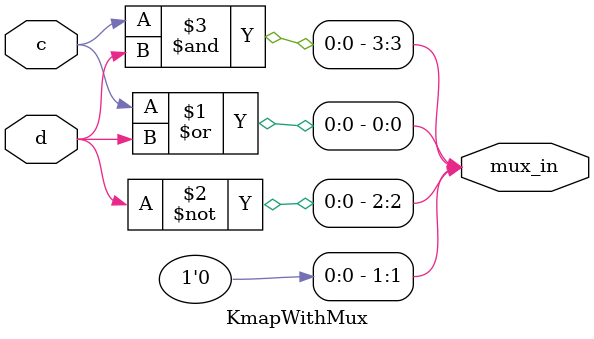
<source format=v>


module KmapWithMux
(
  input c,
  input d,
  output [3:0] mux_in
);

  assign mux_in[0] = c | d;
  assign mux_in[1] = 0;
  assign mux_in[2] = ~d;
  assign mux_in[3] = c & d;

endmodule


</source>
